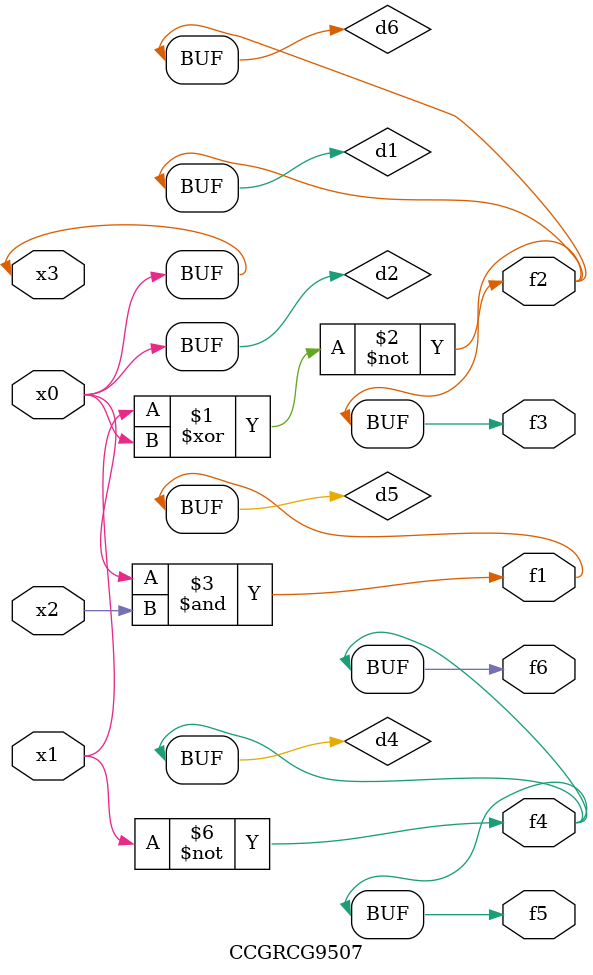
<source format=v>
module CCGRCG9507(
	input x0, x1, x2, x3,
	output f1, f2, f3, f4, f5, f6
);

	wire d1, d2, d3, d4, d5, d6;

	xnor (d1, x1, x3);
	buf (d2, x0, x3);
	nand (d3, x0, x2);
	not (d4, x1);
	nand (d5, d3);
	or (d6, d1);
	assign f1 = d5;
	assign f2 = d6;
	assign f3 = d6;
	assign f4 = d4;
	assign f5 = d4;
	assign f6 = d4;
endmodule

</source>
